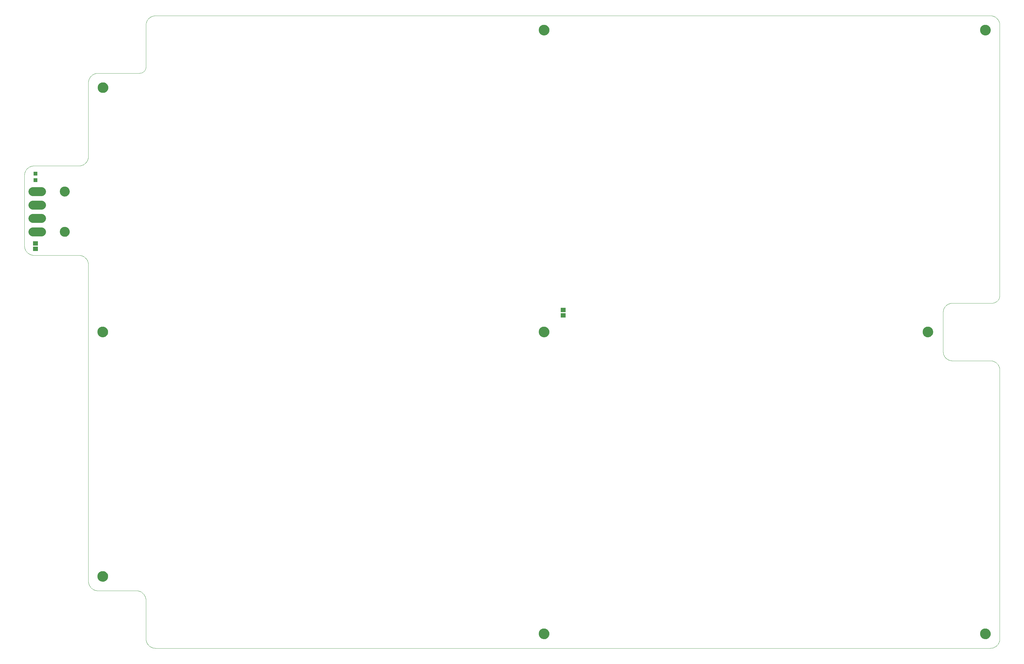
<source format=gbs>
G75*
%MOIN*%
%OFA0B0*%
%FSLAX24Y24*%
%IPPOS*%
%LPD*%
%AMOC8*
5,1,8,0,0,1.08239X$1,22.5*
%
%ADD10C,0.0000*%
%ADD11C,0.1300*%
%ADD12R,0.0512X0.0512*%
%ADD13R,0.0631X0.0552*%
%ADD14C,0.1221*%
%ADD15C,0.1103*%
D10*
X012470Y011579D02*
X017193Y011579D01*
X017193Y011578D02*
X017259Y011576D01*
X017325Y011571D01*
X017391Y011561D01*
X017456Y011548D01*
X017520Y011532D01*
X017583Y011512D01*
X017645Y011488D01*
X017705Y011461D01*
X017764Y011431D01*
X017821Y011397D01*
X017876Y011360D01*
X017929Y011320D01*
X017980Y011278D01*
X018028Y011232D01*
X018074Y011184D01*
X018116Y011133D01*
X018156Y011080D01*
X018193Y011025D01*
X018227Y010968D01*
X018257Y010909D01*
X018284Y010849D01*
X018308Y010787D01*
X018328Y010724D01*
X018344Y010660D01*
X018357Y010595D01*
X018367Y010529D01*
X018372Y010463D01*
X018374Y010397D01*
X018374Y005674D01*
X018375Y005674D02*
X018377Y005608D01*
X018382Y005542D01*
X018392Y005476D01*
X018405Y005411D01*
X018421Y005347D01*
X018441Y005284D01*
X018465Y005222D01*
X018492Y005162D01*
X018522Y005103D01*
X018556Y005046D01*
X018593Y004991D01*
X018633Y004938D01*
X018675Y004887D01*
X018721Y004839D01*
X018769Y004793D01*
X018820Y004751D01*
X018873Y004711D01*
X018928Y004674D01*
X018985Y004640D01*
X019044Y004610D01*
X019104Y004583D01*
X019166Y004559D01*
X019229Y004539D01*
X019293Y004523D01*
X019358Y004510D01*
X019424Y004500D01*
X019490Y004495D01*
X019556Y004493D01*
X122312Y004493D01*
X122378Y004495D01*
X122444Y004500D01*
X122510Y004510D01*
X122575Y004523D01*
X122639Y004539D01*
X122702Y004559D01*
X122764Y004583D01*
X122824Y004610D01*
X122883Y004640D01*
X122940Y004674D01*
X122995Y004711D01*
X123048Y004751D01*
X123099Y004793D01*
X123147Y004839D01*
X123193Y004887D01*
X123235Y004938D01*
X123275Y004991D01*
X123312Y005046D01*
X123346Y005103D01*
X123376Y005162D01*
X123403Y005222D01*
X123427Y005284D01*
X123447Y005347D01*
X123463Y005411D01*
X123476Y005476D01*
X123486Y005542D01*
X123491Y005608D01*
X123493Y005674D01*
X123493Y038745D01*
X123491Y038811D01*
X123486Y038877D01*
X123476Y038943D01*
X123463Y039008D01*
X123447Y039072D01*
X123427Y039135D01*
X123403Y039197D01*
X123376Y039257D01*
X123346Y039316D01*
X123312Y039373D01*
X123275Y039428D01*
X123235Y039481D01*
X123193Y039532D01*
X123147Y039580D01*
X123099Y039626D01*
X123048Y039668D01*
X122995Y039708D01*
X122940Y039745D01*
X122883Y039779D01*
X122824Y039809D01*
X122764Y039836D01*
X122702Y039860D01*
X122639Y039880D01*
X122575Y039896D01*
X122510Y039909D01*
X122444Y039919D01*
X122378Y039924D01*
X122312Y039926D01*
X117588Y039926D01*
X117523Y039931D01*
X117458Y039940D01*
X117394Y039953D01*
X117331Y039970D01*
X117269Y039990D01*
X117208Y040014D01*
X117149Y040041D01*
X117091Y040072D01*
X117035Y040106D01*
X116982Y040143D01*
X116930Y040183D01*
X116881Y040227D01*
X116835Y040273D01*
X116791Y040321D01*
X116750Y040372D01*
X116713Y040425D01*
X116678Y040481D01*
X116647Y040538D01*
X116619Y040597D01*
X116595Y040658D01*
X116574Y040720D01*
X116557Y040783D01*
X116543Y040847D01*
X116533Y040911D01*
X116527Y040976D01*
X116525Y041042D01*
X116527Y041107D01*
X116527Y045832D01*
X116525Y045897D01*
X116527Y045963D01*
X116533Y046028D01*
X116543Y046092D01*
X116557Y046156D01*
X116574Y046219D01*
X116595Y046281D01*
X116619Y046342D01*
X116647Y046401D01*
X116678Y046458D01*
X116713Y046514D01*
X116750Y046567D01*
X116791Y046618D01*
X116835Y046666D01*
X116881Y046712D01*
X116930Y046756D01*
X116982Y046796D01*
X117035Y046833D01*
X117091Y046867D01*
X117149Y046898D01*
X117208Y046925D01*
X117269Y046949D01*
X117331Y046969D01*
X117394Y046986D01*
X117458Y046999D01*
X117523Y047008D01*
X117588Y047013D01*
X122509Y047013D01*
X122571Y047015D01*
X122632Y047021D01*
X122693Y047030D01*
X122754Y047044D01*
X122813Y047061D01*
X122871Y047082D01*
X122928Y047107D01*
X122983Y047135D01*
X123036Y047166D01*
X123087Y047201D01*
X123136Y047239D01*
X123183Y047280D01*
X123226Y047323D01*
X123267Y047370D01*
X123305Y047419D01*
X123340Y047470D01*
X123371Y047523D01*
X123399Y047578D01*
X123424Y047635D01*
X123445Y047693D01*
X123462Y047752D01*
X123476Y047813D01*
X123485Y047874D01*
X123491Y047935D01*
X123493Y047997D01*
X123490Y047879D02*
X123490Y081263D01*
X123493Y081265D02*
X123491Y081331D01*
X123486Y081397D01*
X123476Y081463D01*
X123463Y081528D01*
X123447Y081592D01*
X123427Y081655D01*
X123403Y081717D01*
X123376Y081777D01*
X123346Y081836D01*
X123312Y081893D01*
X123275Y081948D01*
X123235Y082001D01*
X123193Y082052D01*
X123147Y082100D01*
X123099Y082146D01*
X123048Y082188D01*
X122995Y082228D01*
X122940Y082265D01*
X122883Y082299D01*
X122824Y082329D01*
X122764Y082356D01*
X122702Y082380D01*
X122639Y082400D01*
X122575Y082416D01*
X122510Y082429D01*
X122444Y082439D01*
X122378Y082444D01*
X122312Y082446D01*
X019556Y082446D01*
X019555Y082444D02*
X019489Y082442D01*
X019423Y082437D01*
X019357Y082427D01*
X019292Y082414D01*
X019228Y082398D01*
X019165Y082378D01*
X019103Y082354D01*
X019043Y082327D01*
X018984Y082297D01*
X018927Y082263D01*
X018872Y082226D01*
X018819Y082186D01*
X018768Y082144D01*
X018720Y082098D01*
X018674Y082050D01*
X018632Y081999D01*
X018592Y081946D01*
X018555Y081891D01*
X018521Y081834D01*
X018491Y081775D01*
X018464Y081715D01*
X018440Y081653D01*
X018420Y081590D01*
X018404Y081526D01*
X018391Y081461D01*
X018381Y081395D01*
X018376Y081329D01*
X018374Y081263D01*
X018374Y076579D01*
X018375Y076737D02*
X018375Y076147D01*
X018373Y076093D01*
X018368Y076040D01*
X018359Y075987D01*
X018346Y075935D01*
X018330Y075883D01*
X018310Y075833D01*
X018287Y075785D01*
X018260Y075738D01*
X018231Y075693D01*
X018198Y075650D01*
X018163Y075610D01*
X018125Y075572D01*
X018085Y075537D01*
X018042Y075504D01*
X017997Y075475D01*
X017950Y075448D01*
X017902Y075425D01*
X017852Y075405D01*
X017800Y075389D01*
X017748Y075376D01*
X017695Y075367D01*
X017642Y075362D01*
X017588Y075360D01*
X017588Y075359D02*
X012470Y075359D01*
X012404Y075357D01*
X012338Y075352D01*
X012272Y075342D01*
X012207Y075329D01*
X012143Y075313D01*
X012080Y075293D01*
X012018Y075269D01*
X011958Y075242D01*
X011899Y075212D01*
X011842Y075178D01*
X011787Y075141D01*
X011734Y075101D01*
X011683Y075059D01*
X011635Y075013D01*
X011589Y074965D01*
X011547Y074914D01*
X011507Y074861D01*
X011470Y074806D01*
X011436Y074749D01*
X011406Y074690D01*
X011379Y074630D01*
X011355Y074568D01*
X011335Y074505D01*
X011319Y074441D01*
X011306Y074376D01*
X011296Y074310D01*
X011291Y074244D01*
X011289Y074178D01*
X011289Y065123D01*
X011288Y065123D02*
X011286Y065057D01*
X011281Y064991D01*
X011271Y064925D01*
X011258Y064860D01*
X011242Y064796D01*
X011222Y064733D01*
X011198Y064671D01*
X011171Y064611D01*
X011141Y064552D01*
X011107Y064495D01*
X011070Y064440D01*
X011030Y064387D01*
X010988Y064336D01*
X010942Y064288D01*
X010894Y064242D01*
X010843Y064200D01*
X010790Y064160D01*
X010735Y064123D01*
X010678Y064089D01*
X010619Y064059D01*
X010559Y064032D01*
X010497Y064008D01*
X010434Y063988D01*
X010370Y063972D01*
X010305Y063959D01*
X010239Y063949D01*
X010173Y063944D01*
X010107Y063942D01*
X004596Y063942D01*
X004530Y063940D01*
X004464Y063935D01*
X004398Y063925D01*
X004333Y063912D01*
X004269Y063896D01*
X004206Y063876D01*
X004144Y063852D01*
X004084Y063825D01*
X004025Y063795D01*
X003968Y063761D01*
X003913Y063724D01*
X003860Y063684D01*
X003809Y063642D01*
X003761Y063596D01*
X003715Y063548D01*
X003673Y063497D01*
X003633Y063444D01*
X003596Y063389D01*
X003562Y063332D01*
X003532Y063273D01*
X003505Y063213D01*
X003481Y063151D01*
X003461Y063088D01*
X003445Y063024D01*
X003432Y062959D01*
X003422Y062893D01*
X003417Y062827D01*
X003415Y062761D01*
X003415Y054100D01*
X003417Y054034D01*
X003422Y053968D01*
X003432Y053902D01*
X003445Y053837D01*
X003461Y053773D01*
X003481Y053710D01*
X003505Y053648D01*
X003532Y053588D01*
X003562Y053529D01*
X003596Y053472D01*
X003633Y053417D01*
X003673Y053364D01*
X003715Y053313D01*
X003761Y053265D01*
X003809Y053219D01*
X003860Y053177D01*
X003913Y053137D01*
X003968Y053100D01*
X004025Y053066D01*
X004084Y053036D01*
X004144Y053009D01*
X004206Y052985D01*
X004269Y052965D01*
X004333Y052949D01*
X004398Y052936D01*
X004464Y052926D01*
X004530Y052921D01*
X004596Y052919D01*
X010107Y052919D01*
X010107Y052918D02*
X010173Y052916D01*
X010239Y052911D01*
X010305Y052901D01*
X010370Y052888D01*
X010434Y052872D01*
X010497Y052852D01*
X010559Y052828D01*
X010619Y052801D01*
X010678Y052771D01*
X010735Y052737D01*
X010790Y052700D01*
X010843Y052660D01*
X010894Y052618D01*
X010942Y052572D01*
X010988Y052524D01*
X011030Y052473D01*
X011070Y052420D01*
X011107Y052365D01*
X011141Y052308D01*
X011171Y052249D01*
X011198Y052189D01*
X011222Y052127D01*
X011242Y052064D01*
X011258Y052000D01*
X011271Y051935D01*
X011281Y051869D01*
X011286Y051803D01*
X011288Y051737D01*
X011289Y051737D02*
X011289Y012760D01*
X011291Y012694D01*
X011296Y012628D01*
X011306Y012562D01*
X011319Y012497D01*
X011335Y012433D01*
X011355Y012370D01*
X011379Y012308D01*
X011406Y012248D01*
X011436Y012189D01*
X011470Y012132D01*
X011507Y012077D01*
X011547Y012024D01*
X011589Y011973D01*
X011635Y011925D01*
X011683Y011879D01*
X011734Y011837D01*
X011787Y011797D01*
X011842Y011760D01*
X011899Y011726D01*
X011958Y011696D01*
X012018Y011669D01*
X012080Y011645D01*
X012143Y011625D01*
X012207Y011609D01*
X012272Y011596D01*
X012338Y011586D01*
X012404Y011581D01*
X012470Y011579D01*
X012430Y013352D02*
X012432Y013402D01*
X012438Y013452D01*
X012448Y013501D01*
X012462Y013549D01*
X012479Y013596D01*
X012500Y013641D01*
X012525Y013685D01*
X012553Y013726D01*
X012585Y013765D01*
X012619Y013802D01*
X012656Y013836D01*
X012696Y013866D01*
X012738Y013893D01*
X012782Y013917D01*
X012828Y013938D01*
X012875Y013954D01*
X012923Y013967D01*
X012973Y013976D01*
X013022Y013981D01*
X013073Y013982D01*
X013123Y013979D01*
X013172Y013972D01*
X013221Y013961D01*
X013269Y013946D01*
X013315Y013928D01*
X013360Y013906D01*
X013403Y013880D01*
X013444Y013851D01*
X013483Y013819D01*
X013519Y013784D01*
X013551Y013746D01*
X013581Y013706D01*
X013608Y013663D01*
X013631Y013619D01*
X013650Y013573D01*
X013666Y013525D01*
X013678Y013476D01*
X013686Y013427D01*
X013690Y013377D01*
X013690Y013327D01*
X013686Y013277D01*
X013678Y013228D01*
X013666Y013179D01*
X013650Y013131D01*
X013631Y013085D01*
X013608Y013041D01*
X013581Y012998D01*
X013551Y012958D01*
X013519Y012920D01*
X013483Y012885D01*
X013444Y012853D01*
X013403Y012824D01*
X013360Y012798D01*
X013315Y012776D01*
X013269Y012758D01*
X013221Y012743D01*
X013172Y012732D01*
X013123Y012725D01*
X013073Y012722D01*
X013022Y012723D01*
X012973Y012728D01*
X012923Y012737D01*
X012875Y012750D01*
X012828Y012766D01*
X012782Y012787D01*
X012738Y012811D01*
X012696Y012838D01*
X012656Y012868D01*
X012619Y012902D01*
X012585Y012939D01*
X012553Y012978D01*
X012525Y013019D01*
X012500Y013063D01*
X012479Y013108D01*
X012462Y013155D01*
X012448Y013203D01*
X012438Y013252D01*
X012432Y013302D01*
X012430Y013352D01*
X012430Y043470D02*
X012432Y043520D01*
X012438Y043570D01*
X012448Y043619D01*
X012462Y043667D01*
X012479Y043714D01*
X012500Y043759D01*
X012525Y043803D01*
X012553Y043844D01*
X012585Y043883D01*
X012619Y043920D01*
X012656Y043954D01*
X012696Y043984D01*
X012738Y044011D01*
X012782Y044035D01*
X012828Y044056D01*
X012875Y044072D01*
X012923Y044085D01*
X012973Y044094D01*
X013022Y044099D01*
X013073Y044100D01*
X013123Y044097D01*
X013172Y044090D01*
X013221Y044079D01*
X013269Y044064D01*
X013315Y044046D01*
X013360Y044024D01*
X013403Y043998D01*
X013444Y043969D01*
X013483Y043937D01*
X013519Y043902D01*
X013551Y043864D01*
X013581Y043824D01*
X013608Y043781D01*
X013631Y043737D01*
X013650Y043691D01*
X013666Y043643D01*
X013678Y043594D01*
X013686Y043545D01*
X013690Y043495D01*
X013690Y043445D01*
X013686Y043395D01*
X013678Y043346D01*
X013666Y043297D01*
X013650Y043249D01*
X013631Y043203D01*
X013608Y043159D01*
X013581Y043116D01*
X013551Y043076D01*
X013519Y043038D01*
X013483Y043003D01*
X013444Y042971D01*
X013403Y042942D01*
X013360Y042916D01*
X013315Y042894D01*
X013269Y042876D01*
X013221Y042861D01*
X013172Y042850D01*
X013123Y042843D01*
X013073Y042840D01*
X013022Y042841D01*
X012973Y042846D01*
X012923Y042855D01*
X012875Y042868D01*
X012828Y042884D01*
X012782Y042905D01*
X012738Y042929D01*
X012696Y042956D01*
X012656Y042986D01*
X012619Y043020D01*
X012585Y043057D01*
X012553Y043096D01*
X012525Y043137D01*
X012500Y043181D01*
X012479Y043226D01*
X012462Y043273D01*
X012448Y043321D01*
X012438Y043370D01*
X012432Y043420D01*
X012430Y043470D01*
X007784Y055820D02*
X007786Y055868D01*
X007792Y055916D01*
X007802Y055963D01*
X007815Y056009D01*
X007833Y056054D01*
X007853Y056098D01*
X007878Y056140D01*
X007906Y056179D01*
X007936Y056216D01*
X007970Y056250D01*
X008007Y056282D01*
X008045Y056311D01*
X008086Y056336D01*
X008129Y056358D01*
X008174Y056376D01*
X008220Y056390D01*
X008267Y056401D01*
X008315Y056408D01*
X008363Y056411D01*
X008411Y056410D01*
X008459Y056405D01*
X008507Y056396D01*
X008553Y056384D01*
X008598Y056367D01*
X008642Y056347D01*
X008684Y056324D01*
X008724Y056297D01*
X008762Y056267D01*
X008797Y056234D01*
X008829Y056198D01*
X008859Y056160D01*
X008885Y056119D01*
X008907Y056076D01*
X008927Y056032D01*
X008942Y055987D01*
X008954Y055940D01*
X008962Y055892D01*
X008966Y055844D01*
X008966Y055796D01*
X008962Y055748D01*
X008954Y055700D01*
X008942Y055653D01*
X008927Y055608D01*
X008907Y055564D01*
X008885Y055521D01*
X008859Y055480D01*
X008829Y055442D01*
X008797Y055406D01*
X008762Y055373D01*
X008724Y055343D01*
X008684Y055316D01*
X008642Y055293D01*
X008598Y055273D01*
X008553Y055256D01*
X008507Y055244D01*
X008459Y055235D01*
X008411Y055230D01*
X008363Y055229D01*
X008315Y055232D01*
X008267Y055239D01*
X008220Y055250D01*
X008174Y055264D01*
X008129Y055282D01*
X008086Y055304D01*
X008045Y055329D01*
X008007Y055358D01*
X007970Y055390D01*
X007936Y055424D01*
X007906Y055461D01*
X007878Y055500D01*
X007853Y055542D01*
X007833Y055586D01*
X007815Y055631D01*
X007802Y055677D01*
X007792Y055724D01*
X007786Y055772D01*
X007784Y055820D01*
X007784Y060781D02*
X007786Y060829D01*
X007792Y060877D01*
X007802Y060924D01*
X007815Y060970D01*
X007833Y061015D01*
X007853Y061059D01*
X007878Y061101D01*
X007906Y061140D01*
X007936Y061177D01*
X007970Y061211D01*
X008007Y061243D01*
X008045Y061272D01*
X008086Y061297D01*
X008129Y061319D01*
X008174Y061337D01*
X008220Y061351D01*
X008267Y061362D01*
X008315Y061369D01*
X008363Y061372D01*
X008411Y061371D01*
X008459Y061366D01*
X008507Y061357D01*
X008553Y061345D01*
X008598Y061328D01*
X008642Y061308D01*
X008684Y061285D01*
X008724Y061258D01*
X008762Y061228D01*
X008797Y061195D01*
X008829Y061159D01*
X008859Y061121D01*
X008885Y061080D01*
X008907Y061037D01*
X008927Y060993D01*
X008942Y060948D01*
X008954Y060901D01*
X008962Y060853D01*
X008966Y060805D01*
X008966Y060757D01*
X008962Y060709D01*
X008954Y060661D01*
X008942Y060614D01*
X008927Y060569D01*
X008907Y060525D01*
X008885Y060482D01*
X008859Y060441D01*
X008829Y060403D01*
X008797Y060367D01*
X008762Y060334D01*
X008724Y060304D01*
X008684Y060277D01*
X008642Y060254D01*
X008598Y060234D01*
X008553Y060217D01*
X008507Y060205D01*
X008459Y060196D01*
X008411Y060191D01*
X008363Y060190D01*
X008315Y060193D01*
X008267Y060200D01*
X008220Y060211D01*
X008174Y060225D01*
X008129Y060243D01*
X008086Y060265D01*
X008045Y060290D01*
X008007Y060319D01*
X007970Y060351D01*
X007936Y060385D01*
X007906Y060422D01*
X007878Y060461D01*
X007853Y060503D01*
X007833Y060547D01*
X007815Y060592D01*
X007802Y060638D01*
X007792Y060685D01*
X007786Y060733D01*
X007784Y060781D01*
X012458Y073593D02*
X012460Y073643D01*
X012466Y073693D01*
X012476Y073742D01*
X012490Y073790D01*
X012507Y073837D01*
X012528Y073882D01*
X012553Y073926D01*
X012581Y073967D01*
X012613Y074006D01*
X012647Y074043D01*
X012684Y074077D01*
X012724Y074107D01*
X012766Y074134D01*
X012810Y074158D01*
X012856Y074179D01*
X012903Y074195D01*
X012951Y074208D01*
X013001Y074217D01*
X013050Y074222D01*
X013101Y074223D01*
X013151Y074220D01*
X013200Y074213D01*
X013249Y074202D01*
X013297Y074187D01*
X013343Y074169D01*
X013388Y074147D01*
X013431Y074121D01*
X013472Y074092D01*
X013511Y074060D01*
X013547Y074025D01*
X013579Y073987D01*
X013609Y073947D01*
X013636Y073904D01*
X013659Y073860D01*
X013678Y073814D01*
X013694Y073766D01*
X013706Y073717D01*
X013714Y073668D01*
X013718Y073618D01*
X013718Y073568D01*
X013714Y073518D01*
X013706Y073469D01*
X013694Y073420D01*
X013678Y073372D01*
X013659Y073326D01*
X013636Y073282D01*
X013609Y073239D01*
X013579Y073199D01*
X013547Y073161D01*
X013511Y073126D01*
X013472Y073094D01*
X013431Y073065D01*
X013388Y073039D01*
X013343Y073017D01*
X013297Y072999D01*
X013249Y072984D01*
X013200Y072973D01*
X013151Y072966D01*
X013101Y072963D01*
X013050Y072964D01*
X013001Y072969D01*
X012951Y072978D01*
X012903Y072991D01*
X012856Y073007D01*
X012810Y073028D01*
X012766Y073052D01*
X012724Y073079D01*
X012684Y073109D01*
X012647Y073143D01*
X012613Y073180D01*
X012581Y073219D01*
X012553Y073260D01*
X012528Y073304D01*
X012507Y073349D01*
X012490Y073396D01*
X012476Y073444D01*
X012466Y073493D01*
X012460Y073543D01*
X012458Y073593D01*
X066761Y080674D02*
X066763Y080724D01*
X066769Y080774D01*
X066779Y080823D01*
X066793Y080871D01*
X066810Y080918D01*
X066831Y080963D01*
X066856Y081007D01*
X066884Y081048D01*
X066916Y081087D01*
X066950Y081124D01*
X066987Y081158D01*
X067027Y081188D01*
X067069Y081215D01*
X067113Y081239D01*
X067159Y081260D01*
X067206Y081276D01*
X067254Y081289D01*
X067304Y081298D01*
X067353Y081303D01*
X067404Y081304D01*
X067454Y081301D01*
X067503Y081294D01*
X067552Y081283D01*
X067600Y081268D01*
X067646Y081250D01*
X067691Y081228D01*
X067734Y081202D01*
X067775Y081173D01*
X067814Y081141D01*
X067850Y081106D01*
X067882Y081068D01*
X067912Y081028D01*
X067939Y080985D01*
X067962Y080941D01*
X067981Y080895D01*
X067997Y080847D01*
X068009Y080798D01*
X068017Y080749D01*
X068021Y080699D01*
X068021Y080649D01*
X068017Y080599D01*
X068009Y080550D01*
X067997Y080501D01*
X067981Y080453D01*
X067962Y080407D01*
X067939Y080363D01*
X067912Y080320D01*
X067882Y080280D01*
X067850Y080242D01*
X067814Y080207D01*
X067775Y080175D01*
X067734Y080146D01*
X067691Y080120D01*
X067646Y080098D01*
X067600Y080080D01*
X067552Y080065D01*
X067503Y080054D01*
X067454Y080047D01*
X067404Y080044D01*
X067353Y080045D01*
X067304Y080050D01*
X067254Y080059D01*
X067206Y080072D01*
X067159Y080088D01*
X067113Y080109D01*
X067069Y080133D01*
X067027Y080160D01*
X066987Y080190D01*
X066950Y080224D01*
X066916Y080261D01*
X066884Y080300D01*
X066856Y080341D01*
X066831Y080385D01*
X066810Y080430D01*
X066793Y080477D01*
X066779Y080525D01*
X066769Y080574D01*
X066763Y080624D01*
X066761Y080674D01*
X066761Y043470D02*
X066763Y043520D01*
X066769Y043570D01*
X066779Y043619D01*
X066793Y043667D01*
X066810Y043714D01*
X066831Y043759D01*
X066856Y043803D01*
X066884Y043844D01*
X066916Y043883D01*
X066950Y043920D01*
X066987Y043954D01*
X067027Y043984D01*
X067069Y044011D01*
X067113Y044035D01*
X067159Y044056D01*
X067206Y044072D01*
X067254Y044085D01*
X067304Y044094D01*
X067353Y044099D01*
X067404Y044100D01*
X067454Y044097D01*
X067503Y044090D01*
X067552Y044079D01*
X067600Y044064D01*
X067646Y044046D01*
X067691Y044024D01*
X067734Y043998D01*
X067775Y043969D01*
X067814Y043937D01*
X067850Y043902D01*
X067882Y043864D01*
X067912Y043824D01*
X067939Y043781D01*
X067962Y043737D01*
X067981Y043691D01*
X067997Y043643D01*
X068009Y043594D01*
X068017Y043545D01*
X068021Y043495D01*
X068021Y043445D01*
X068017Y043395D01*
X068009Y043346D01*
X067997Y043297D01*
X067981Y043249D01*
X067962Y043203D01*
X067939Y043159D01*
X067912Y043116D01*
X067882Y043076D01*
X067850Y043038D01*
X067814Y043003D01*
X067775Y042971D01*
X067734Y042942D01*
X067691Y042916D01*
X067646Y042894D01*
X067600Y042876D01*
X067552Y042861D01*
X067503Y042850D01*
X067454Y042843D01*
X067404Y042840D01*
X067353Y042841D01*
X067304Y042846D01*
X067254Y042855D01*
X067206Y042868D01*
X067159Y042884D01*
X067113Y042905D01*
X067069Y042929D01*
X067027Y042956D01*
X066987Y042986D01*
X066950Y043020D01*
X066916Y043057D01*
X066884Y043096D01*
X066856Y043137D01*
X066831Y043181D01*
X066810Y043226D01*
X066793Y043273D01*
X066779Y043321D01*
X066769Y043370D01*
X066763Y043420D01*
X066761Y043470D01*
X114005Y043470D02*
X114007Y043520D01*
X114013Y043570D01*
X114023Y043619D01*
X114037Y043667D01*
X114054Y043714D01*
X114075Y043759D01*
X114100Y043803D01*
X114128Y043844D01*
X114160Y043883D01*
X114194Y043920D01*
X114231Y043954D01*
X114271Y043984D01*
X114313Y044011D01*
X114357Y044035D01*
X114403Y044056D01*
X114450Y044072D01*
X114498Y044085D01*
X114548Y044094D01*
X114597Y044099D01*
X114648Y044100D01*
X114698Y044097D01*
X114747Y044090D01*
X114796Y044079D01*
X114844Y044064D01*
X114890Y044046D01*
X114935Y044024D01*
X114978Y043998D01*
X115019Y043969D01*
X115058Y043937D01*
X115094Y043902D01*
X115126Y043864D01*
X115156Y043824D01*
X115183Y043781D01*
X115206Y043737D01*
X115225Y043691D01*
X115241Y043643D01*
X115253Y043594D01*
X115261Y043545D01*
X115265Y043495D01*
X115265Y043445D01*
X115261Y043395D01*
X115253Y043346D01*
X115241Y043297D01*
X115225Y043249D01*
X115206Y043203D01*
X115183Y043159D01*
X115156Y043116D01*
X115126Y043076D01*
X115094Y043038D01*
X115058Y043003D01*
X115019Y042971D01*
X114978Y042942D01*
X114935Y042916D01*
X114890Y042894D01*
X114844Y042876D01*
X114796Y042861D01*
X114747Y042850D01*
X114698Y042843D01*
X114648Y042840D01*
X114597Y042841D01*
X114548Y042846D01*
X114498Y042855D01*
X114450Y042868D01*
X114403Y042884D01*
X114357Y042905D01*
X114313Y042929D01*
X114271Y042956D01*
X114231Y042986D01*
X114194Y043020D01*
X114160Y043057D01*
X114128Y043096D01*
X114100Y043137D01*
X114075Y043181D01*
X114054Y043226D01*
X114037Y043273D01*
X114023Y043321D01*
X114013Y043370D01*
X114007Y043420D01*
X114005Y043470D01*
X121092Y080674D02*
X121094Y080724D01*
X121100Y080774D01*
X121110Y080823D01*
X121124Y080871D01*
X121141Y080918D01*
X121162Y080963D01*
X121187Y081007D01*
X121215Y081048D01*
X121247Y081087D01*
X121281Y081124D01*
X121318Y081158D01*
X121358Y081188D01*
X121400Y081215D01*
X121444Y081239D01*
X121490Y081260D01*
X121537Y081276D01*
X121585Y081289D01*
X121635Y081298D01*
X121684Y081303D01*
X121735Y081304D01*
X121785Y081301D01*
X121834Y081294D01*
X121883Y081283D01*
X121931Y081268D01*
X121977Y081250D01*
X122022Y081228D01*
X122065Y081202D01*
X122106Y081173D01*
X122145Y081141D01*
X122181Y081106D01*
X122213Y081068D01*
X122243Y081028D01*
X122270Y080985D01*
X122293Y080941D01*
X122312Y080895D01*
X122328Y080847D01*
X122340Y080798D01*
X122348Y080749D01*
X122352Y080699D01*
X122352Y080649D01*
X122348Y080599D01*
X122340Y080550D01*
X122328Y080501D01*
X122312Y080453D01*
X122293Y080407D01*
X122270Y080363D01*
X122243Y080320D01*
X122213Y080280D01*
X122181Y080242D01*
X122145Y080207D01*
X122106Y080175D01*
X122065Y080146D01*
X122022Y080120D01*
X121977Y080098D01*
X121931Y080080D01*
X121883Y080065D01*
X121834Y080054D01*
X121785Y080047D01*
X121735Y080044D01*
X121684Y080045D01*
X121635Y080050D01*
X121585Y080059D01*
X121537Y080072D01*
X121490Y080088D01*
X121444Y080109D01*
X121400Y080133D01*
X121358Y080160D01*
X121318Y080190D01*
X121281Y080224D01*
X121247Y080261D01*
X121215Y080300D01*
X121187Y080341D01*
X121162Y080385D01*
X121141Y080430D01*
X121124Y080477D01*
X121110Y080525D01*
X121100Y080574D01*
X121094Y080624D01*
X121092Y080674D01*
X121092Y006265D02*
X121094Y006315D01*
X121100Y006365D01*
X121110Y006414D01*
X121124Y006462D01*
X121141Y006509D01*
X121162Y006554D01*
X121187Y006598D01*
X121215Y006639D01*
X121247Y006678D01*
X121281Y006715D01*
X121318Y006749D01*
X121358Y006779D01*
X121400Y006806D01*
X121444Y006830D01*
X121490Y006851D01*
X121537Y006867D01*
X121585Y006880D01*
X121635Y006889D01*
X121684Y006894D01*
X121735Y006895D01*
X121785Y006892D01*
X121834Y006885D01*
X121883Y006874D01*
X121931Y006859D01*
X121977Y006841D01*
X122022Y006819D01*
X122065Y006793D01*
X122106Y006764D01*
X122145Y006732D01*
X122181Y006697D01*
X122213Y006659D01*
X122243Y006619D01*
X122270Y006576D01*
X122293Y006532D01*
X122312Y006486D01*
X122328Y006438D01*
X122340Y006389D01*
X122348Y006340D01*
X122352Y006290D01*
X122352Y006240D01*
X122348Y006190D01*
X122340Y006141D01*
X122328Y006092D01*
X122312Y006044D01*
X122293Y005998D01*
X122270Y005954D01*
X122243Y005911D01*
X122213Y005871D01*
X122181Y005833D01*
X122145Y005798D01*
X122106Y005766D01*
X122065Y005737D01*
X122022Y005711D01*
X121977Y005689D01*
X121931Y005671D01*
X121883Y005656D01*
X121834Y005645D01*
X121785Y005638D01*
X121735Y005635D01*
X121684Y005636D01*
X121635Y005641D01*
X121585Y005650D01*
X121537Y005663D01*
X121490Y005679D01*
X121444Y005700D01*
X121400Y005724D01*
X121358Y005751D01*
X121318Y005781D01*
X121281Y005815D01*
X121247Y005852D01*
X121215Y005891D01*
X121187Y005932D01*
X121162Y005976D01*
X121141Y006021D01*
X121124Y006068D01*
X121110Y006116D01*
X121100Y006165D01*
X121094Y006215D01*
X121092Y006265D01*
X066761Y006265D02*
X066763Y006315D01*
X066769Y006365D01*
X066779Y006414D01*
X066793Y006462D01*
X066810Y006509D01*
X066831Y006554D01*
X066856Y006598D01*
X066884Y006639D01*
X066916Y006678D01*
X066950Y006715D01*
X066987Y006749D01*
X067027Y006779D01*
X067069Y006806D01*
X067113Y006830D01*
X067159Y006851D01*
X067206Y006867D01*
X067254Y006880D01*
X067304Y006889D01*
X067353Y006894D01*
X067404Y006895D01*
X067454Y006892D01*
X067503Y006885D01*
X067552Y006874D01*
X067600Y006859D01*
X067646Y006841D01*
X067691Y006819D01*
X067734Y006793D01*
X067775Y006764D01*
X067814Y006732D01*
X067850Y006697D01*
X067882Y006659D01*
X067912Y006619D01*
X067939Y006576D01*
X067962Y006532D01*
X067981Y006486D01*
X067997Y006438D01*
X068009Y006389D01*
X068017Y006340D01*
X068021Y006290D01*
X068021Y006240D01*
X068017Y006190D01*
X068009Y006141D01*
X067997Y006092D01*
X067981Y006044D01*
X067962Y005998D01*
X067939Y005954D01*
X067912Y005911D01*
X067882Y005871D01*
X067850Y005833D01*
X067814Y005798D01*
X067775Y005766D01*
X067734Y005737D01*
X067691Y005711D01*
X067646Y005689D01*
X067600Y005671D01*
X067552Y005656D01*
X067503Y005645D01*
X067454Y005638D01*
X067404Y005635D01*
X067353Y005636D01*
X067304Y005641D01*
X067254Y005650D01*
X067206Y005663D01*
X067159Y005679D01*
X067113Y005700D01*
X067069Y005724D01*
X067027Y005751D01*
X066987Y005781D01*
X066950Y005815D01*
X066916Y005852D01*
X066884Y005891D01*
X066856Y005932D01*
X066831Y005976D01*
X066810Y006021D01*
X066793Y006068D01*
X066779Y006116D01*
X066769Y006165D01*
X066763Y006215D01*
X066761Y006265D01*
D11*
X067391Y006265D03*
X067391Y043470D03*
X114635Y043470D03*
X121722Y080674D03*
X067391Y080674D03*
X013088Y073593D03*
X013060Y043470D03*
X013060Y013352D03*
X121722Y006265D03*
D12*
X004792Y062162D03*
X004792Y062988D03*
D13*
X004792Y054381D03*
X004792Y053712D03*
X069755Y046182D03*
X069755Y045513D03*
D14*
X008375Y055820D03*
X008375Y060781D03*
D15*
X005501Y060781D02*
X004438Y060781D01*
X004438Y059127D02*
X005501Y059127D01*
X005501Y057474D02*
X004438Y057474D01*
X004438Y055820D02*
X005501Y055820D01*
M02*

</source>
